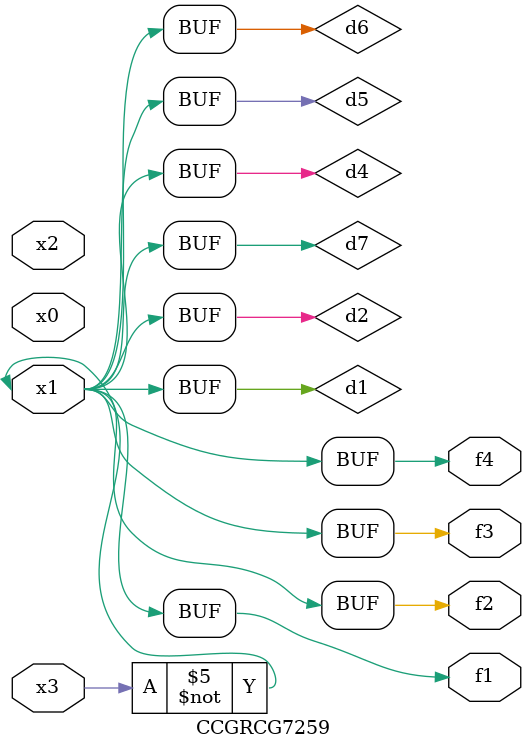
<source format=v>
module CCGRCG7259(
	input x0, x1, x2, x3,
	output f1, f2, f3, f4
);

	wire d1, d2, d3, d4, d5, d6, d7;

	not (d1, x3);
	buf (d2, x1);
	xnor (d3, d1, d2);
	nor (d4, d1);
	buf (d5, d1, d2);
	buf (d6, d4, d5);
	nand (d7, d4);
	assign f1 = d6;
	assign f2 = d7;
	assign f3 = d6;
	assign f4 = d6;
endmodule

</source>
